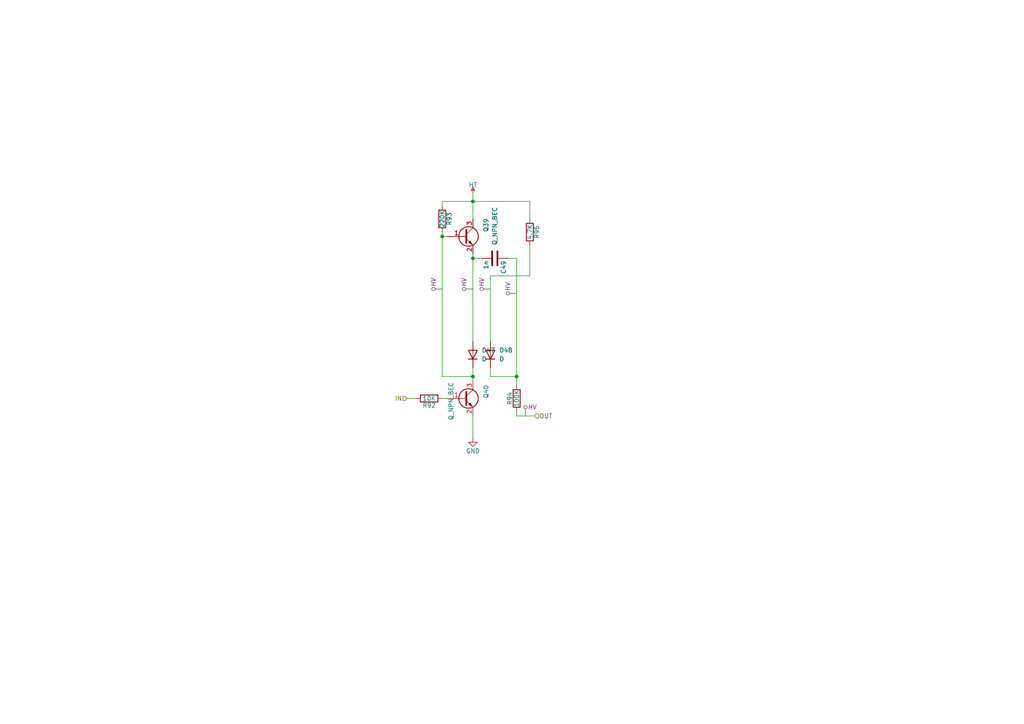
<source format=kicad_sch>
(kicad_sch (version 20231120) (generator "eeschema") (generator_version "8.0")
  (paper "A4")
  (lib_symbols
    (symbol "Device:D" (pin_numbers hide) (pin_names (offset 1.016) hide)
      (property "Reference" "D" (at 0 2.54 0))
      (property "Value" "D" (at 0 -2.54 0))
      (symbol "D_0_1"
        (polyline (pts (xy -1.27 1.27) (xy -1.27 -1.27)) (stroke (width 0.254)))
        (polyline (pts (xy 1.27 0) (xy -1.27 0)))
        (polyline (pts (xy 1.27 1.27) (xy 1.27 -1.27) (xy -1.27 0) (xy 1.27 1.27)) (stroke (width 0.254)))
      )
      (symbol "D_1_1"
        (pin passive line (at -3.81 0 0) (length 2.54) (name "K") (number "1"))
        (pin passive line (at 3.81 0 180) (length 2.54) (name "A") (number "2"))
      )
    )
    (symbol "IGG1_OctoDriver-rescue:C" (pin_numbers hide) (pin_names (offset 0.254))
      (property "Reference" "C" (at 0.635 2.54 0))
      (property "Value" "C" (at 0.635 -2.54 0))
      (symbol "C_0_1"
        (polyline (pts (xy -2.032 -0.762) (xy 2.032 -0.762)) (stroke (width 0.508)))
        (polyline (pts (xy -2.032 0.762) (xy 2.032 0.762)) (stroke (width 0.508)))
      )
      (symbol "C_1_1"
        (pin passive line (at 0 3.81 270) (length 2.794) (name "~") (number "1"))
        (pin passive line (at 0 -3.81 90) (length 2.794) (name "~") (number "2"))
      )
    )
    (symbol "IGG1_OctoDriver-rescue:GND" (power) (pin_names (offset 0))
      (property "Value" "GND" (at 0 -3.81 0))
      (symbol "GND_0_1"
        (polyline (pts (xy 0 0) (xy 0 -1.27) (xy 1.27 -1.27) (xy 0 -2.54) (xy -1.27 -1.27) (xy 0 -1.27)))
      )
      (symbol "GND_1_1"
        (pin power_in line (at 0 0 270) (length 0) hide (name "GND") (number "1"))
      )
    )
    (symbol "IGG1_OctoDriver-rescue:HT" (power) (pin_names (offset 0))
      (property "Value" "HT" (at 0 2.286 0))
      (symbol "HT_0_0"
        (pin power_in line (at 0 0 90) (length 0) hide (name "HT") (number "1"))
      )
      (symbol "HT_0_1"
        (polyline (pts (xy 0 0) (xy 0 1.016) (xy 0 1.016)))
        (polyline (pts (xy 0 1.016) (xy 0.508 0.508) (xy 0 1.778) (xy -0.508 0.508) (xy 0 1.016) (xy 0 1.016)))
      )
    )
    (symbol "IGG1_OctoDriver-rescue:Q_NPN_BEC" (pin_names (offset 0) hide)
      (property "Reference" "Q" (at 5.08 1.27 0))
      (property "Value" "Q_NPN_BEC" (at 5.08 -1.27 0))
      (symbol "Q_NPN_BEC_0_1"
        (polyline (pts (xy 0.635 0.635) (xy 2.54 2.54)))
        (polyline (pts (xy 0.635 -0.635) (xy 2.54 -2.54) (xy 2.54 -2.54)))
        (polyline (pts (xy 0.635 1.905) (xy 0.635 -1.905) (xy 0.635 -1.905)) (stroke (width 0.508)))
        (polyline (pts (xy 1.27 -1.778) (xy 1.778 -1.27) (xy 2.286 -2.286) (xy 1.27 -1.778) (xy 1.27 -1.778)) (fill (type outline)))
        (circle (center 1.27 0) (radius 2.8194) (stroke (width 0.254)))
      )
      (symbol "Q_NPN_BEC_1_1"
        (pin input line (at -5.08 0 0) (length 5.715) (name "B") (number "1"))
        (pin passive line (at 2.54 -5.08 90) (length 2.54) (name "E") (number "2"))
        (pin passive line (at 2.54 5.08 270) (length 2.54) (name "C") (number "3"))
      )
    )
    (symbol "IGG1_OctoDriver-rescue:R" (pin_numbers hide) (pin_names (offset 0))
      (property "Reference" "R" (at 2.032 0 90))
      (property "Value" "R" (at 0 0 90))
      (symbol "R_0_1"
        (rectangle (start -1.016 -2.54) (end 1.016 2.54) (stroke (width 0.254)))
      )
      (symbol "R_1_1"
        (pin passive line (at 0 3.81 270) (length 1.27) (name "~") (number "1"))
        (pin passive line (at 0 -3.81 90) (length 1.27) (name "~") (number "2"))
      )
    )
  )
  (junction (at 128.27 68.58))
  (junction (at 137.16 74.93))
  (junction (at 137.16 58.42))
  (junction (at 149.86 109.22))
  (junction (at 137.16 109.22))
  (wire (pts (xy 118.11 115.57) (xy 120.65 115.57)))
  (wire (pts (xy 142.24 80.01) (xy 153.67 80.01)))
  (wire (pts (xy 139.7 74.93) (xy 137.16 74.93)))
  (wire (pts (xy 149.86 120.65) (xy 154.94 120.65)))
  (wire (pts (xy 142.24 109.22) (xy 149.86 109.22)))
  (wire (pts (xy 142.24 106.68) (xy 142.24 109.22)))
  (wire (pts (xy 149.86 119.38) (xy 149.86 120.65)))
  (wire (pts (xy 128.27 67.31) (xy 128.27 68.58)))
  (wire (pts (xy 128.27 58.42) (xy 128.27 59.69)))
  (wire (pts (xy 149.86 109.22) (xy 149.86 111.76)))
  (wire (pts (xy 128.27 115.57) (xy 129.54 115.57)))
  (wire (pts (xy 137.16 109.22) (xy 137.16 110.49)))
  (wire (pts (xy 137.16 106.68) (xy 137.16 109.22)))
  (wire (pts (xy 137.16 58.42) (xy 153.67 58.42)))
  (wire (pts (xy 153.67 80.01) (xy 153.67 71.12)))
  (wire (pts (xy 137.16 120.65) (xy 137.16 127)))
  (wire (pts (xy 129.54 68.58) (xy 128.27 68.58)))
  (wire (pts (xy 142.24 80.01) (xy 142.24 99.06)))
  (wire (pts (xy 137.16 58.42) (xy 137.16 63.5)))
  (wire (pts (xy 128.27 58.42) (xy 137.16 58.42)))
  (wire (pts (xy 149.86 74.93) (xy 147.32 74.93)))
  (wire (pts (xy 137.16 73.66) (xy 137.16 74.93)))
  (wire (pts (xy 149.86 74.93) (xy 149.86 109.22)))
  (wire (pts (xy 137.16 74.93) (xy 137.16 99.06)))
  (wire (pts (xy 153.67 58.42) (xy 153.67 63.5)))
  (wire (pts (xy 137.16 55.88) (xy 137.16 58.42)))
  (wire (pts (xy 128.27 109.22) (xy 137.16 109.22)))
  (wire (pts (xy 128.27 68.58) (xy 128.27 109.22)))
  (hierarchical_label "IN" (shape input) (at 118.11 115.57 180))
  (hierarchical_label "OUT" (shape input) (at 154.94 120.65 0))
  (netclass_flag "" (length 2.54) (shape round) (at 137.16 83.82 90) (property "Netclass" "HV" (at 134.62 83.2104 90) (effects (font (italic yes)) (justify left))))
  (netclass_flag "" (length 2.54) (shape round) (at 152.4 120.65 0) (property "Netclass" "HV" (at 153.0096 118.11 0) (effects (font (italic yes)) (justify left))))
  (netclass_flag "" (length 2.54) (shape round) (at 149.86 85.09 90) (property "Netclass" "HV" (at 147.32 84.4804 90) (effects (font (italic yes)) (justify left))))
  (netclass_flag "" (length 2.54) (shape round) (at 142.24 83.82 90) (property "Netclass" "HV" (at 139.7 83.2104 90) (effects (font (italic yes)) (justify left))))
  (netclass_flag "" (length 2.54) (shape round) (at 128.27 83.82 90) (property "Netclass" "HV" (at 125.73 83.2104 90) (effects (font (italic yes)) (justify left))))
  (symbol (lib_id "IGG1_OctoDriver-rescue:R") (at 149.86 115.57 180) (unit 1)
    (property "Reference" "R94" (at 147.828 115.57 90))
    (property "Value" "100K" (at 149.86 115.57 90))
    (property "Footprint" "Resistor_SMD:R_1206_3216Metric" (effects (hide yes)))
    (property "LCSC" "C17900" (effects (hide yes)))
    (instances (project "IGG1_OctoDriver" (path "" (reference "R94") (unit 1)) (path "" (reference "R34") (unit 1)) (path "" (reference "R38") (unit 1)) (path "" (reference "R42") (unit 1)) (path "" (reference "R46") (unit 1)) (path "" (reference "R50") (unit 1)) (path "" (reference "R54") (unit 1)) (path "" (reference "R58") (unit 1)) (path "" (reference "R62") (unit 1)) (path "" (reference "R66") (unit 1)) (path "" (reference "R70") (unit 1)) (path "" (reference "R74") (unit 1)) (path "" (reference "R78") (unit 1)) (path "" (reference "R82") (unit 1)) (path "" (reference "R86") (unit 1)) (path "" (reference "R18") (unit 1)) (path "" (reference "R22") (unit 1)) (path "" (reference "R98") (unit 1)) (path "" (reference "R102") (unit 1)) (path "" (reference "R106") (unit 1)) (path "" (reference "R110") (unit 1)) (path "" (reference "R114") (unit 1)) (path "" (reference "R118") (unit 1)) (path "" (reference "R122") (unit 1)) (path "" (reference "R126") (unit 1)) (path "" (reference "R130") (unit 1)) (path "" (reference "R134") (unit 1)) (path "" (reference "R138") (unit 1)) (path "" (reference "R142") (unit 1)) (path "" (reference "R146") (unit 1)) (path "" (reference "R26") (unit 1)) (path "" (reference "R30") (unit 1)) (path "" (reference "R150") (unit 1)) (path "" (reference "R154") (unit 1)) (path "" (reference "R158") (unit 1)) (path "" (reference "R162") (unit 1)) (path "" (reference "R166") (unit 1)) (path "" (reference "R170") (unit 1)) (path "" (reference "R174") (unit 1)) (path "" (reference "R178") (unit 1)) (path "" (reference "R182") (unit 1)) (path "" (reference "R186") (unit 1)) (path "" (reference "R190") (unit 1)) (path "" (reference "R194") (unit 1)) (path "" (reference "R198") (unit 1)) (path "" (reference "R202") (unit 1)) (path "" (reference "R206") (unit 1)) (path "" (reference "R210") (unit 1)) (path "" (reference "R214") (unit 1)) (path "" (reference "R218") (unit 1)) (path "" (reference "R222") (unit 1)) (path "" (reference "R226") (unit 1)) (path "" (reference "R230") (unit 1)) (path "" (reference "R234") (unit 1)) (path "" (reference "R238") (unit 1)) (path "" (reference "R242") (unit 1)) (path "" (reference "R246") (unit 1)) (path "" (reference "R250") (unit 1)) (path "" (reference "R254") (unit 1)) (path "" (reference "R258") (unit 1)) (path "" (reference "R262") (unit 1)) (path "" (reference "R266") (unit 1)) (path "" (reference "R270") (unit 1)) (path "" (reference "R90") (unit 1))))
  )
  (symbol (lib_id "Device:D") (at 137.16 102.87 90) (unit 1)
    (property "Reference" "D47" (at 139.7 101.6 90) (effects (justify right)))
    (property "Value" "D" (at 139.7 104.14 90) (effects (justify right)))
    (property "Footprint" "Diode_SMD:D_SOD-323" (effects (hide yes)))
    (property "Sim.Device" "D" (effects (hide yes)))
    (property "Sim.Pins" "1=K 2=A" (effects (hide yes)))
    (property "LCSC" "C896450" (effects (hide yes)))
    (instances (project "IGG1_OctoDriver" (path "" (reference "D47") (unit 1)) (path "" (reference "D17") (unit 1)) (path "" (reference "D19") (unit 1)) (path "" (reference "D21") (unit 1)) (path "" (reference "D23") (unit 1)) (path "" (reference "D25") (unit 1)) (path "" (reference "D27") (unit 1)) (path "" (reference "D29") (unit 1)) (path "" (reference "D31") (unit 1)) (path "" (reference "D33") (unit 1)) (path "" (reference "D35") (unit 1)) (path "" (reference "D37") (unit 1)) (path "" (reference "D39") (unit 1)) (path "" (reference "D41") (unit 1)) (path "" (reference "D43") (unit 1)) (path "" (reference "D9") (unit 1)) (path "" (reference "D11") (unit 1)) (path "" (reference "D49") (unit 1)) (path "" (reference "D51") (unit 1)) (path "" (reference "D53") (unit 1)) (path "" (reference "D55") (unit 1)) (path "" (reference "D57") (unit 1)) (path "" (reference "D59") (unit 1)) (path "" (reference "D61") (unit 1)) (path "" (reference "D63") (unit 1)) (path "" (reference "D65") (unit 1)) (path "" (reference "D67") (unit 1)) (path "" (reference "D69") (unit 1)) (path "" (reference "D71") (unit 1)) (path "" (reference "D73") (unit 1)) (path "" (reference "D13") (unit 1)) (path "" (reference "D15") (unit 1)) (path "" (reference "D75") (unit 1)) (path "" (reference "D77") (unit 1)) (path "" (reference "D79") (unit 1)) (path "" (reference "D81") (unit 1)) (path "" (reference "D83") (unit 1)) (path "" (reference "D85") (unit 1)) (path "" (reference "D87") (unit 1)) (path "" (reference "D89") (unit 1)) (path "" (reference "D91") (unit 1)) (path "" (reference "D93") (unit 1)) (path "" (reference "D95") (unit 1)) (path "" (reference "D97") (unit 1)) (path "" (reference "D99") (unit 1)) (path "" (reference "D101") (unit 1)) (path "" (reference "D103") (unit 1)) (path "" (reference "D105") (unit 1)) (path "" (reference "D107") (unit 1)) (path "" (reference "D109") (unit 1)) (path "" (reference "D111") (unit 1)) (path "" (reference "D113") (unit 1)) (path "" (reference "D115") (unit 1)) (path "" (reference "D117") (unit 1)) (path "" (reference "D119") (unit 1)) (path "" (reference "D121") (unit 1)) (path "" (reference "D123") (unit 1)) (path "" (reference "D125") (unit 1)) (path "" (reference "D127") (unit 1)) (path "" (reference "D129") (unit 1)) (path "" (reference "D131") (unit 1)) (path "" (reference "D133") (unit 1)) (path "" (reference "D135") (unit 1)) (path "" (reference "D45") (unit 1))))
  )
  (symbol (lib_id "IGG1_OctoDriver-rescue:Q_NPN_BEC") (at 134.62 68.58 0) (unit 1)
    (property "Reference" "Q39" (at 140.97 67.31 90) (effects (justify left)))
    (property "Value" "Q_NPN_BEC" (at 143.51 71.12 90) (effects (justify left)))
    (property "Footprint" "Package_TO_SOT_SMD:SOT-23" (effects (hide yes)))
    (property "LCSC" "C20069141" (effects (hide yes)))
    (instances (project "IGG1_OctoDriver" (path "" (reference "Q39") (unit 1)) (path "" (reference "Q9") (unit 1)) (path "" (reference "Q11") (unit 1)) (path "" (reference "Q13") (unit 1)) (path "" (reference "Q15") (unit 1)) (path "" (reference "Q17") (unit 1)) (path "" (reference "Q19") (unit 1)) (path "" (reference "Q21") (unit 1)) (path "" (reference "Q23") (unit 1)) (path "" (reference "Q25") (unit 1)) (path "" (reference "Q27") (unit 1)) (path "" (reference "Q29") (unit 1)) (path "" (reference "Q31") (unit 1)) (path "" (reference "Q33") (unit 1)) (path "" (reference "Q35") (unit 1)) (path "" (reference "Q1") (unit 1)) (path "" (reference "Q3") (unit 1)) (path "" (reference "Q41") (unit 1)) (path "" (reference "Q43") (unit 1)) (path "" (reference "Q45") (unit 1)) (path "" (reference "Q47") (unit 1)) (path "" (reference "Q49") (unit 1)) (path "" (reference "Q51") (unit 1)) (path "" (reference "Q53") (unit 1)) (path "" (reference "Q55") (unit 1)) (path "" (reference "Q57") (unit 1)) (path "" (reference "Q59") (unit 1)) (path "" (reference "Q61") (unit 1)) (path "" (reference "Q63") (unit 1)) (path "" (reference "Q65") (unit 1)) (path "" (reference "Q5") (unit 1)) (path "" (reference "Q7") (unit 1)) (path "" (reference "Q67") (unit 1)) (path "" (reference "Q69") (unit 1)) (path "" (reference "Q71") (unit 1)) (path "" (reference "Q73") (unit 1)) (path "" (reference "Q75") (unit 1)) (path "" (reference "Q77") (unit 1)) (path "" (reference "Q79") (unit 1)) (path "" (reference "Q81") (unit 1)) (path "" (reference "Q83") (unit 1)) (path "" (reference "Q85") (unit 1)) (path "" (reference "Q87") (unit 1)) (path "" (reference "Q89") (unit 1)) (path "" (reference "Q91") (unit 1)) (path "" (reference "Q93") (unit 1)) (path "" (reference "Q95") (unit 1)) (path "" (reference "Q97") (unit 1)) (path "" (reference "Q99") (unit 1)) (path "" (reference "Q101") (unit 1)) (path "" (reference "Q103") (unit 1)) (path "" (reference "Q105") (unit 1)) (path "" (reference "Q107") (unit 1)) (path "" (reference "Q109") (unit 1)) (path "" (reference "Q111") (unit 1)) (path "" (reference "Q113") (unit 1)) (path "" (reference "Q115") (unit 1)) (path "" (reference "Q117") (unit 1)) (path "" (reference "Q119") (unit 1)) (path "" (reference "Q121") (unit 1)) (path "" (reference "Q123") (unit 1)) (path "" (reference "Q125") (unit 1)) (path "" (reference "Q127") (unit 1)) (path "" (reference "Q37") (unit 1))))
  )
  (symbol (lib_id "IGG1_OctoDriver-rescue:R") (at 153.67 67.31 0) (unit 1)
    (property "Reference" "R95" (at 155.702 67.31 90))
    (property "Value" "4.7K" (at 153.67 67.31 90))
    (property "Footprint" "Resistor_SMD:R_1206_3216Metric" (effects (hide yes)))
    (property "LCSC" "C17936" (effects (hide yes)))
    (instances (project "IGG1_OctoDriver" (path "" (reference "R95") (unit 1)) (path "" (reference "R35") (unit 1)) (path "" (reference "R39") (unit 1)) (path "" (reference "R43") (unit 1)) (path "" (reference "R47") (unit 1)) (path "" (reference "R51") (unit 1)) (path "" (reference "R55") (unit 1)) (path "" (reference "R59") (unit 1)) (path "" (reference "R63") (unit 1)) (path "" (reference "R67") (unit 1)) (path "" (reference "R71") (unit 1)) (path "" (reference "R75") (unit 1)) (path "" (reference "R79") (unit 1)) (path "" (reference "R83") (unit 1)) (path "" (reference "R87") (unit 1)) (path "" (reference "R19") (unit 1)) (path "" (reference "R23") (unit 1)) (path "" (reference "R99") (unit 1)) (path "" (reference "R103") (unit 1)) (path "" (reference "R107") (unit 1)) (path "" (reference "R111") (unit 1)) (path "" (reference "R115") (unit 1)) (path "" (reference "R119") (unit 1)) (path "" (reference "R123") (unit 1)) (path "" (reference "R127") (unit 1)) (path "" (reference "R131") (unit 1)) (path "" (reference "R135") (unit 1)) (path "" (reference "R139") (unit 1)) (path "" (reference "R143") (unit 1)) (path "" (reference "R147") (unit 1)) (path "" (reference "R27") (unit 1)) (path "" (reference "R31") (unit 1)) (path "" (reference "R151") (unit 1)) (path "" (reference "R155") (unit 1)) (path "" (reference "R159") (unit 1)) (path "" (reference "R163") (unit 1)) (path "" (reference "R167") (unit 1)) (path "" (reference "R171") (unit 1)) (path "" (reference "R175") (unit 1)) (path "" (reference "R179") (unit 1)) (path "" (reference "R183") (unit 1)) (path "" (reference "R187") (unit 1)) (path "" (reference "R191") (unit 1)) (path "" (reference "R195") (unit 1)) (path "" (reference "R199") (unit 1)) (path "" (reference "R203") (unit 1)) (path "" (reference "R207") (unit 1)) (path "" (reference "R211") (unit 1)) (path "" (reference "R215") (unit 1)) (path "" (reference "R219") (unit 1)) (path "" (reference "R223") (unit 1)) (path "" (reference "R227") (unit 1)) (path "" (reference "R231") (unit 1)) (path "" (reference "R235") (unit 1)) (path "" (reference "R239") (unit 1)) (path "" (reference "R243") (unit 1)) (path "" (reference "R247") (unit 1)) (path "" (reference "R251") (unit 1)) (path "" (reference "R255") (unit 1)) (path "" (reference "R259") (unit 1)) (path "" (reference "R263") (unit 1)) (path "" (reference "R267") (unit 1)) (path "" (reference "R271") (unit 1)) (path "" (reference "R91") (unit 1))))
  )
  (symbol (lib_id "IGG1_OctoDriver-rescue:R") (at 124.46 115.57 270) (unit 1)
    (property "Reference" "R92" (at 124.46 117.602 90))
    (property "Value" "10K" (at 124.46 115.57 90))
    (property "Footprint" "Resistor_SMD:R_0603_1608Metric" (effects (hide yes)))
    (property "LCSC" "C25804" (effects (hide yes)))
    (instances (project "IGG1_OctoDriver" (path "" (reference "R92") (unit 1)) (path "" (reference "R32") (unit 1)) (path "" (reference "R36") (unit 1)) (path "" (reference "R40") (unit 1)) (path "" (reference "R44") (unit 1)) (path "" (reference "R48") (unit 1)) (path "" (reference "R52") (unit 1)) (path "" (reference "R56") (unit 1)) (path "" (reference "R60") (unit 1)) (path "" (reference "R64") (unit 1)) (path "" (reference "R68") (unit 1)) (path "" (reference "R72") (unit 1)) (path "" (reference "R76") (unit 1)) (path "" (reference "R80") (unit 1)) (path "" (reference "R84") (unit 1)) (path "" (reference "R16") (unit 1)) (path "" (reference "R20") (unit 1)) (path "" (reference "R96") (unit 1)) (path "" (reference "R100") (unit 1)) (path "" (reference "R104") (unit 1)) (path "" (reference "R108") (unit 1)) (path "" (reference "R112") (unit 1)) (path "" (reference "R116") (unit 1)) (path "" (reference "R120") (unit 1)) (path "" (reference "R124") (unit 1)) (path "" (reference "R128") (unit 1)) (path "" (reference "R132") (unit 1)) (path "" (reference "R136") (unit 1)) (path "" (reference "R140") (unit 1)) (path "" (reference "R144") (unit 1)) (path "" (reference "R24") (unit 1)) (path "" (reference "R28") (unit 1)) (path "" (reference "R148") (unit 1)) (path "" (reference "R152") (unit 1)) (path "" (reference "R156") (unit 1)) (path "" (reference "R160") (unit 1)) (path "" (reference "R164") (unit 1)) (path "" (reference "R168") (unit 1)) (path "" (reference "R172") (unit 1)) (path "" (reference "R176") (unit 1)) (path "" (reference "R180") (unit 1)) (path "" (reference "R184") (unit 1)) (path "" (reference "R188") (unit 1)) (path "" (reference "R192") (unit 1)) (path "" (reference "R196") (unit 1)) (path "" (reference "R200") (unit 1)) (path "" (reference "R204") (unit 1)) (path "" (reference "R208") (unit 1)) (path "" (reference "R212") (unit 1)) (path "" (reference "R216") (unit 1)) (path "" (reference "R220") (unit 1)) (path "" (reference "R224") (unit 1)) (path "" (reference "R228") (unit 1)) (path "" (reference "R232") (unit 1)) (path "" (reference "R236") (unit 1)) (path "" (reference "R240") (unit 1)) (path "" (reference "R244") (unit 1)) (path "" (reference "R248") (unit 1)) (path "" (reference "R252") (unit 1)) (path "" (reference "R256") (unit 1)) (path "" (reference "R260") (unit 1)) (path "" (reference "R264") (unit 1)) (path "" (reference "R268") (unit 1)) (path "" (reference "R88") (unit 1))))
  )
  (symbol (lib_id "Device:D") (at 142.24 102.87 90) (unit 1)
    (property "Reference" "D48" (at 144.78 101.6 90) (effects (justify right)))
    (property "Value" "D" (at 144.78 104.14 90) (effects (justify right)))
    (property "Footprint" "Diode_SMD:D_SOD-323" (effects (hide yes)))
    (property "Sim.Device" "D" (effects (hide yes)))
    (property "Sim.Pins" "1=K 2=A" (effects (hide yes)))
    (property "LCSC" "C896450" (effects (hide yes)))
    (instances (project "IGG1_OctoDriver" (path "" (reference "D48") (unit 1)) (path "" (reference "D18") (unit 1)) (path "" (reference "D20") (unit 1)) (path "" (reference "D22") (unit 1)) (path "" (reference "D24") (unit 1)) (path "" (reference "D26") (unit 1)) (path "" (reference "D28") (unit 1)) (path "" (reference "D30") (unit 1)) (path "" (reference "D32") (unit 1)) (path "" (reference "D34") (unit 1)) (path "" (reference "D36") (unit 1)) (path "" (reference "D38") (unit 1)) (path "" (reference "D40") (unit 1)) (path "" (reference "D42") (unit 1)) (path "" (reference "D44") (unit 1)) (path "" (reference "D10") (unit 1)) (path "" (reference "D12") (unit 1)) (path "" (reference "D50") (unit 1)) (path "" (reference "D52") (unit 1)) (path "" (reference "D54") (unit 1)) (path "" (reference "D56") (unit 1)) (path "" (reference "D58") (unit 1)) (path "" (reference "D60") (unit 1)) (path "" (reference "D62") (unit 1)) (path "" (reference "D64") (unit 1)) (path "" (reference "D66") (unit 1)) (path "" (reference "D68") (unit 1)) (path "" (reference "D70") (unit 1)) (path "" (reference "D72") (unit 1)) (path "" (reference "D74") (unit 1)) (path "" (reference "D14") (unit 1)) (path "" (reference "D16") (unit 1)) (path "" (reference "D76") (unit 1)) (path "" (reference "D78") (unit 1)) (path "" (reference "D80") (unit 1)) (path "" (reference "D82") (unit 1)) (path "" (reference "D84") (unit 1)) (path "" (reference "D86") (unit 1)) (path "" (reference "D88") (unit 1)) (path "" (reference "D90") (unit 1)) (path "" (reference "D92") (unit 1)) (path "" (reference "D94") (unit 1)) (path "" (reference "D96") (unit 1)) (path "" (reference "D98") (unit 1)) (path "" (reference "D100") (unit 1)) (path "" (reference "D102") (unit 1)) (path "" (reference "D104") (unit 1)) (path "" (reference "D106") (unit 1)) (path "" (reference "D108") (unit 1)) (path "" (reference "D110") (unit 1)) (path "" (reference "D112") (unit 1)) (path "" (reference "D114") (unit 1)) (path "" (reference "D116") (unit 1)) (path "" (reference "D118") (unit 1)) (path "" (reference "D120") (unit 1)) (path "" (reference "D122") (unit 1)) (path "" (reference "D124") (unit 1)) (path "" (reference "D126") (unit 1)) (path "" (reference "D128") (unit 1)) (path "" (reference "D130") (unit 1)) (path "" (reference "D132") (unit 1)) (path "" (reference "D134") (unit 1)) (path "" (reference "D136") (unit 1)) (path "" (reference "D46") (unit 1))))
  )
  (symbol (lib_id "IGG1_OctoDriver-rescue:R") (at 128.27 63.5 0) (unit 1)
    (property "Reference" "R93" (at 130.302 63.5 90))
    (property "Value" "220K" (at 128.27 63.5 90))
    (property "Footprint" "Resistor_SMD:R_1206_3216Metric" (effects (hide yes)))
    (property "LCSC" "C17956" (effects (hide yes)))
    (instances (project "IGG1_OctoDriver" (path "" (reference "R93") (unit 1)) (path "" (reference "R33") (unit 1)) (path "" (reference "R37") (unit 1)) (path "" (reference "R41") (unit 1)) (path "" (reference "R45") (unit 1)) (path "" (reference "R49") (unit 1)) (path "" (reference "R53") (unit 1)) (path "" (reference "R57") (unit 1)) (path "" (reference "R61") (unit 1)) (path "" (reference "R65") (unit 1)) (path "" (reference "R69") (unit 1)) (path "" (reference "R73") (unit 1)) (path "" (reference "R77") (unit 1)) (path "" (reference "R81") (unit 1)) (path "" (reference "R85") (unit 1)) (path "" (reference "R17") (unit 1)) (path "" (reference "R21") (unit 1)) (path "" (reference "R97") (unit 1)) (path "" (reference "R101") (unit 1)) (path "" (reference "R105") (unit 1)) (path "" (reference "R109") (unit 1)) (path "" (reference "R113") (unit 1)) (path "" (reference "R117") (unit 1)) (path "" (reference "R121") (unit 1)) (path "" (reference "R125") (unit 1)) (path "" (reference "R129") (unit 1)) (path "" (reference "R133") (unit 1)) (path "" (reference "R137") (unit 1)) (path "" (reference "R141") (unit 1)) (path "" (reference "R145") (unit 1)) (path "" (reference "R25") (unit 1)) (path "" (reference "R29") (unit 1)) (path "" (reference "R149") (unit 1)) (path "" (reference "R153") (unit 1)) (path "" (reference "R157") (unit 1)) (path "" (reference "R161") (unit 1)) (path "" (reference "R165") (unit 1)) (path "" (reference "R169") (unit 1)) (path "" (reference "R173") (unit 1)) (path "" (reference "R177") (unit 1)) (path "" (reference "R181") (unit 1)) (path "" (reference "R185") (unit 1)) (path "" (reference "R189") (unit 1)) (path "" (reference "R193") (unit 1)) (path "" (reference "R197") (unit 1)) (path "" (reference "R201") (unit 1)) (path "" (reference "R205") (unit 1)) (path "" (reference "R209") (unit 1)) (path "" (reference "R213") (unit 1)) (path "" (reference "R217") (unit 1)) (path "" (reference "R221") (unit 1)) (path "" (reference "R225") (unit 1)) (path "" (reference "R229") (unit 1)) (path "" (reference "R233") (unit 1)) (path "" (reference "R237") (unit 1)) (path "" (reference "R241") (unit 1)) (path "" (reference "R245") (unit 1)) (path "" (reference "R249") (unit 1)) (path "" (reference "R253") (unit 1)) (path "" (reference "R257") (unit 1)) (path "" (reference "R261") (unit 1)) (path "" (reference "R265") (unit 1)) (path "" (reference "R269") (unit 1)) (path "" (reference "R89") (unit 1))))
  )
  (symbol (lib_id "IGG1_OctoDriver-rescue:HT") (at 137.16 55.88 0) (unit 1)
    (property "Reference" "#PWR0148" (effects (hide yes)))
    (property "Value" "HT" (at 137.16 53.594 0))
    (instances (project "IGG1_OctoDriver" (path "" (reference "#PWR0148") (unit 1)) (path "" (reference "#PWR0118") (unit 1)) (path "" (reference "#PWR0120") (unit 1)) (path "" (reference "#PWR0122") (unit 1)) (path "" (reference "#PWR0124") (unit 1)) (path "" (reference "#PWR0126") (unit 1)) (path "" (reference "#PWR0128") (unit 1)) (path "" (reference "#PWR0130") (unit 1)) (path "" (reference "#PWR0132") (unit 1)) (path "" (reference "#PWR0134") (unit 1)) (path "" (reference "#PWR0136") (unit 1)) (path "" (reference "#PWR0138") (unit 1)) (path "" (reference "#PWR0140") (unit 1)) (path "" (reference "#PWR0142") (unit 1)) (path "" (reference "#PWR0144") (unit 1)) (path "" (reference "#PWR0110") (unit 1)) (path "" (reference "#PWR0112") (unit 1)) (path "" (reference "#PWR0150") (unit 1)) (path "" (reference "#PWR0152") (unit 1)) (path "" (reference "#PWR0154") (unit 1)) (path "" (reference "#PWR0156") (unit 1)) (path "" (reference "#PWR0158") (unit 1)) (path "" (reference "#PWR0160") (unit 1)) (path "" (reference "#PWR0162") (unit 1)) (path "" (reference "#PWR0164") (unit 1)) (path "" (reference "#PWR0166") (unit 1)) (path "" (reference "#PWR0168") (unit 1)) (path "" (reference "#PWR0170") (unit 1)) (path "" (reference "#PWR0172") (unit 1)) (path "" (reference "#PWR0174") (unit 1)) (path "" (reference "#PWR0114") (unit 1)) (path "" (reference "#PWR0116") (unit 1)) (path "" (reference "#PWR0176") (unit 1)) (path "" (reference "#PWR0178") (unit 1)) (path "" (reference "#PWR0180") (unit 1)) (path "" (reference "#PWR0182") (unit 1)) (path "" (reference "#PWR0184") (unit 1)) (path "" (reference "#PWR0186") (unit 1)) (path "" (reference "#PWR0188") (unit 1)) (path "" (reference "#PWR0190") (unit 1)) (path "" (reference "#PWR0192") (unit 1)) (path "" (reference "#PWR0194") (unit 1)) (path "" (reference "#PWR0196") (unit 1)) (path "" (reference "#PWR0198") (unit 1)) (path "" (reference "#PWR0200") (unit 1)) (path "" (reference "#PWR0202") (unit 1)) (path "" (reference "#PWR0204") (unit 1)) (path "" (reference "#PWR0206") (unit 1)) (path "" (reference "#PWR0208") (unit 1)) (path "" (reference "#PWR0210") (unit 1)) (path "" (reference "#PWR0212") (unit 1)) (path "" (reference "#PWR0214") (unit 1)) (path "" (reference "#PWR0216") (unit 1)) (path "" (reference "#PWR0218") (unit 1)) (path "" (reference "#PWR0220") (unit 1)) (path "" (reference "#PWR0222") (unit 1)) (path "" (reference "#PWR0224") (unit 1)) (path "" (reference "#PWR0226") (unit 1)) (path "" (reference "#PWR0228") (unit 1)) (path "" (reference "#PWR0230") (unit 1)) (path "" (reference "#PWR0232") (unit 1)) (path "" (reference "#PWR0234") (unit 1)) (path "" (reference "#PWR0236") (unit 1)) (path "" (reference "#PWR0146") (unit 1))))
  )
  (symbol (lib_id "IGG1_OctoDriver-rescue:C") (at 143.51 74.93 270) (unit 1)
    (property "Reference" "C49" (at 146.05 75.565 0) (effects (justify left)))
    (property "Value" "1n" (at 140.97 75.565 0) (effects (justify left)))
    (property "Footprint" "Capacitor_SMD:C_1206_3216Metric" (effects (hide yes)))
    (property "LCSC" "C9196" (effects (hide yes)))
    (instances (project "IGG1_OctoDriver" (path "" (reference "C49") (unit 1)) (path "" (reference "C34") (unit 1)) (path "" (reference "C35") (unit 1)) (path "" (reference "C36") (unit 1)) (path "" (reference "C37") (unit 1)) (path "" (reference "C38") (unit 1)) (path "" (reference "C39") (unit 1)) (path "" (reference "C40") (unit 1)) (path "" (reference "C41") (unit 1)) (path "" (reference "C42") (unit 1)) (path "" (reference "C43") (unit 1)) (path "" (reference "C44") (unit 1)) (path "" (reference "C45") (unit 1)) (path "" (reference "C46") (unit 1)) (path "" (reference "C47") (unit 1)) (path "" (reference "C30") (unit 1)) (path "" (reference "C31") (unit 1)) (path "" (reference "C50") (unit 1)) (path "" (reference "C51") (unit 1)) (path "" (reference "C52") (unit 1)) (path "" (reference "C53") (unit 1)) (path "" (reference "C54") (unit 1)) (path "" (reference "C55") (unit 1)) (path "" (reference "C56") (unit 1)) (path "" (reference "C57") (unit 1)) (path "" (reference "C58") (unit 1)) (path "" (reference "C59") (unit 1)) (path "" (reference "C60") (unit 1)) (path "" (reference "C61") (unit 1)) (path "" (reference "C62") (unit 1)) (path "" (reference "C32") (unit 1)) (path "" (reference "C33") (unit 1)) (path "" (reference "C63") (unit 1)) (path "" (reference "C64") (unit 1)) (path "" (reference "C65") (unit 1)) (path "" (reference "C66") (unit 1)) (path "" (reference "C67") (unit 1)) (path "" (reference "C68") (unit 1)) (path "" (reference "C69") (unit 1)) (path "" (reference "C70") (unit 1)) (path "" (reference "C71") (unit 1)) (path "" (reference "C72") (unit 1)) (path "" (reference "C73") (unit 1)) (path "" (reference "C74") (unit 1)) (path "" (reference "C75") (unit 1)) (path "" (reference "C76") (unit 1)) (path "" (reference "C77") (unit 1)) (path "" (reference "C78") (unit 1)) (path "" (reference "C79") (unit 1)) (path "" (reference "C80") (unit 1)) (path "" (reference "C81") (unit 1)) (path "" (reference "C82") (unit 1)) (path "" (reference "C83") (unit 1)) (path "" (reference "C84") (unit 1)) (path "" (reference "C85") (unit 1)) (path "" (reference "C86") (unit 1)) (path "" (reference "C87") (unit 1)) (path "" (reference "C88") (unit 1)) (path "" (reference "C89") (unit 1)) (path "" (reference "C90") (unit 1)) (path "" (reference "C91") (unit 1)) (path "" (reference "C92") (unit 1)) (path "" (reference "C93") (unit 1)) (path "" (reference "C48") (unit 1))))
  )
  (symbol (lib_id "IGG1_OctoDriver-rescue:GND") (at 137.16 127 0) (unit 1)
    (property "Reference" "#PWR0149" (effects (hide yes)))
    (property "Value" "GND" (at 137.16 130.81 0))
    (instances (project "IGG1_OctoDriver" (path "" (reference "#PWR0149") (unit 1)) (path "" (reference "#PWR0119") (unit 1)) (path "" (reference "#PWR0121") (unit 1)) (path "" (reference "#PWR0123") (unit 1)) (path "" (reference "#PWR0125") (unit 1)) (path "" (reference "#PWR0127") (unit 1)) (path "" (reference "#PWR0129") (unit 1)) (path "" (reference "#PWR0131") (unit 1)) (path "" (reference "#PWR0133") (unit 1)) (path "" (reference "#PWR0135") (unit 1)) (path "" (reference "#PWR0137") (unit 1)) (path "" (reference "#PWR0139") (unit 1)) (path "" (reference "#PWR0141") (unit 1)) (path "" (reference "#PWR0143") (unit 1)) (path "" (reference "#PWR0145") (unit 1)) (path "" (reference "#PWR0111") (unit 1)) (path "" (reference "#PWR0113") (unit 1)) (path "" (reference "#PWR0151") (unit 1)) (path "" (reference "#PWR0153") (unit 1)) (path "" (reference "#PWR0155") (unit 1)) (path "" (reference "#PWR0157") (unit 1)) (path "" (reference "#PWR0159") (unit 1)) (path "" (reference "#PWR0161") (unit 1)) (path "" (reference "#PWR0163") (unit 1)) (path "" (reference "#PWR0165") (unit 1)) (path "" (reference "#PWR0167") (unit 1)) (path "" (reference "#PWR0169") (unit 1)) (path "" (reference "#PWR0171") (unit 1)) (path "" (reference "#PWR0173") (unit 1)) (path "" (reference "#PWR0175") (unit 1)) (path "" (reference "#PWR0115") (unit 1)) (path "" (reference "#PWR0117") (unit 1)) (path "" (reference "#PWR0177") (unit 1)) (path "" (reference "#PWR0179") (unit 1)) (path "" (reference "#PWR0181") (unit 1)) (path "" (reference "#PWR0183") (unit 1)) (path "" (reference "#PWR0185") (unit 1)) (path "" (reference "#PWR0187") (unit 1)) (path "" (reference "#PWR0189") (unit 1)) (path "" (reference "#PWR0191") (unit 1)) (path "" (reference "#PWR0193") (unit 1)) (path "" (reference "#PWR0195") (unit 1)) (path "" (reference "#PWR0197") (unit 1)) (path "" (reference "#PWR0199") (unit 1)) (path "" (reference "#PWR0201") (unit 1)) (path "" (reference "#PWR0203") (unit 1)) (path "" (reference "#PWR0205") (unit 1)) (path "" (reference "#PWR0207") (unit 1)) (path "" (reference "#PWR0209") (unit 1)) (path "" (reference "#PWR0211") (unit 1)) (path "" (reference "#PWR0213") (unit 1)) (path "" (reference "#PWR0215") (unit 1)) (path "" (reference "#PWR0217") (unit 1)) (path "" (reference "#PWR0219") (unit 1)) (path "" (reference "#PWR0221") (unit 1)) (path "" (reference "#PWR0223") (unit 1)) (path "" (reference "#PWR0225") (unit 1)) (path "" (reference "#PWR0227") (unit 1)) (path "" (reference "#PWR0229") (unit 1)) (path "" (reference "#PWR0231") (unit 1)) (path "" (reference "#PWR0233") (unit 1)) (path "" (reference "#PWR0235") (unit 1)) (path "" (reference "#PWR0237") (unit 1)) (path "" (reference "#PWR0147") (unit 1))))
  )
  (symbol (lib_id "IGG1_OctoDriver-rescue:Q_NPN_BEC") (at 134.62 115.57 0) (unit 1)
    (property "Reference" "Q40" (at 140.97 115.57 90) (effects (justify left)))
    (property "Value" "Q_NPN_BEC" (at 130.81 121.92 90) (effects (justify left)))
    (property "Footprint" "Package_TO_SOT_SMD:SOT-23" (effects (hide yes)))
    (property "LCSC" "C20069141" (effects (hide yes)))
    (instances (project "IGG1_OctoDriver" (path "" (reference "Q40") (unit 1)) (path "" (reference "Q10") (unit 1)) (path "" (reference "Q12") (unit 1)) (path "" (reference "Q14") (unit 1)) (path "" (reference "Q16") (unit 1)) (path "" (reference "Q18") (unit 1)) (path "" (reference "Q20") (unit 1)) (path "" (reference "Q22") (unit 1)) (path "" (reference "Q24") (unit 1)) (path "" (reference "Q26") (unit 1)) (path "" (reference "Q28") (unit 1)) (path "" (reference "Q30") (unit 1)) (path "" (reference "Q32") (unit 1)) (path "" (reference "Q34") (unit 1)) (path "" (reference "Q36") (unit 1)) (path "" (reference "Q2") (unit 1)) (path "" (reference "Q4") (unit 1)) (path "" (reference "Q42") (unit 1)) (path "" (reference "Q44") (unit 1)) (path "" (reference "Q46") (unit 1)) (path "" (reference "Q48") (unit 1)) (path "" (reference "Q50") (unit 1)) (path "" (reference "Q52") (unit 1)) (path "" (reference "Q54") (unit 1)) (path "" (reference "Q56") (unit 1)) (path "" (reference "Q58") (unit 1)) (path "" (reference "Q60") (unit 1)) (path "" (reference "Q62") (unit 1)) (path "" (reference "Q64") (unit 1)) (path "" (reference "Q66") (unit 1)) (path "" (reference "Q6") (unit 1)) (path "" (reference "Q8") (unit 1)) (path "" (reference "Q68") (unit 1)) (path "" (reference "Q70") (unit 1)) (path "" (reference "Q72") (unit 1)) (path "" (reference "Q74") (unit 1)) (path "" (reference "Q76") (unit 1)) (path "" (reference "Q78") (unit 1)) (path "" (reference "Q80") (unit 1)) (path "" (reference "Q82") (unit 1)) (path "" (reference "Q84") (unit 1)) (path "" (reference "Q86") (unit 1)) (path "" (reference "Q88") (unit 1)) (path "" (reference "Q90") (unit 1)) (path "" (reference "Q92") (unit 1)) (path "" (reference "Q94") (unit 1)) (path "" (reference "Q96") (unit 1)) (path "" (reference "Q98") (unit 1)) (path "" (reference "Q100") (unit 1)) (path "" (reference "Q102") (unit 1)) (path "" (reference "Q104") (unit 1)) (path "" (reference "Q106") (unit 1)) (path "" (reference "Q108") (unit 1)) (path "" (reference "Q110") (unit 1)) (path "" (reference "Q112") (unit 1)) (path "" (reference "Q114") (unit 1)) (path "" (reference "Q116") (unit 1)) (path "" (reference "Q118") (unit 1)) (path "" (reference "Q120") (unit 1)) (path "" (reference "Q122") (unit 1)) (path "" (reference "Q124") (unit 1)) (path "" (reference "Q126") (unit 1)) (path "" (reference "Q128") (unit 1)) (path "" (reference "Q38") (unit 1))))
  )
)
</source>
